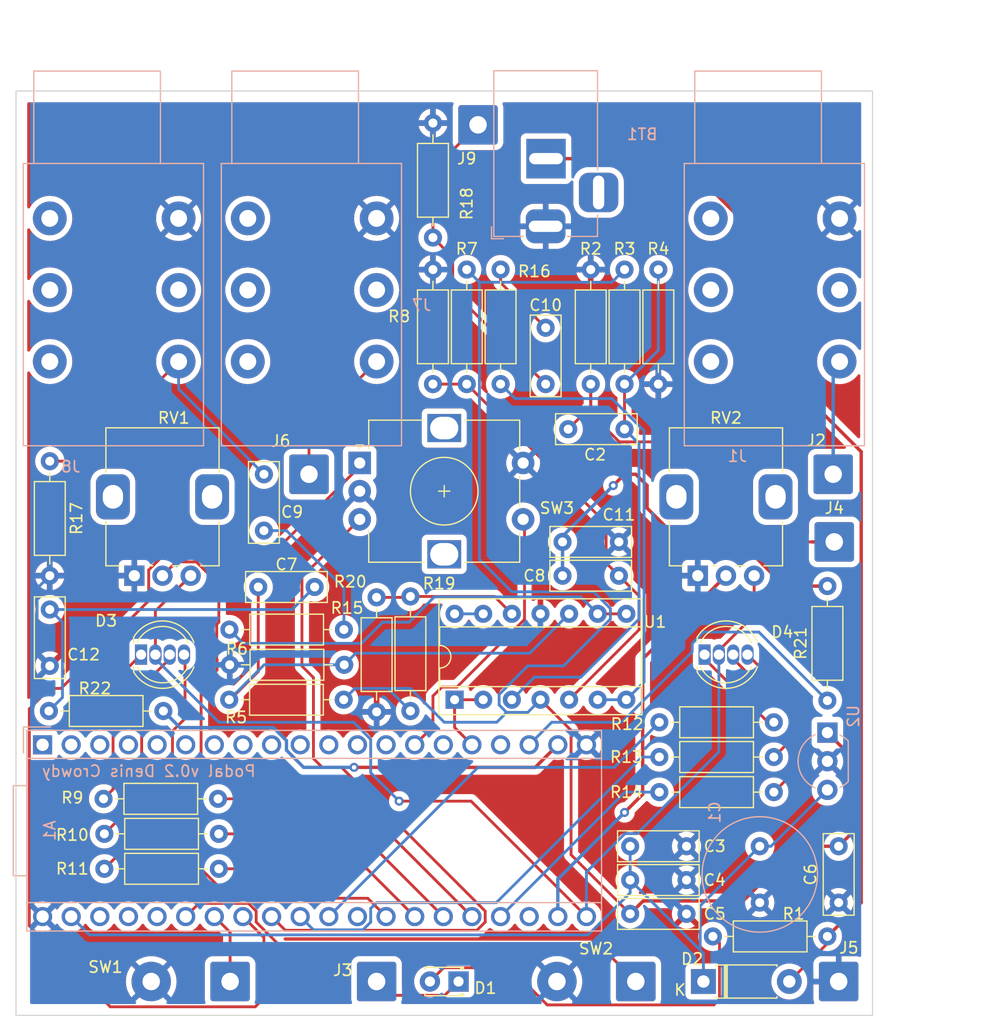
<source format=kicad_pcb>
(kicad_pcb (version 20240108) (generator "pcbnew") (generator_version "8.0")
  (title_block (date "2024-04-25") (rev "0.2"))
  (layers (0 "F.Cu" signal) (31 "B.Cu" signal) (34 "B.Paste" user) (35 "F.Paste" user) (36 "B.SilkS" user "B.Silkscreen") (37 "F.SilkS" user "F.Silkscreen") (38 "B.Mask" user) (39 "F.Mask" user) (44 "Edge.Cuts" user))
  (net 0 "")
  (net 14 "/ENC_CLICK")
  (net 16 "/Left in")
  (net 18 "/Left out")
  (net 19 "/Right out")
  (net 20 "GND")
  (net 21 "/3v3")
  (net 22 "Net-(A1-ADC_0)")
  (net 24 "/LED_2_R")
  (net 25 "/LED_1_B")
  (net 26 "/LED_1_G")
  (net 27 "/LED_1_R")
  (net 28 "Net-(A1-ADC_6)")
  (net 30 "/LED_2_B")
  (net 31 "/LED_2_G")
  (net 32 "Net-(A1-SAI2_SD_B)")
  (net 33 "Net-(A1-SAI2_SD_A)")
  (net 34 "Net-(A1-SAI2_FS)")
  (net 35 "Net-(A1-SAI2_SCK)")
  (net 39 "/VCC")
  (net 40 "Net-(BT1-+)")
  (net 41 "+5V")
  (net 42 "Net-(J4-Pin_1)")
  (net 43 "Net-(J6-Pin_1)")
  (net 44 "Net-(U1A-+)")
  (net 45 "Net-(D1-K)")
  (net 46 "Net-(D1-A)")
  (net 47 "Net-(D3-RK)")
  (net 48 "Net-(D3-GK)")
  (net 49 "Net-(D3-BK)")
  (net 50 "Net-(D4-RK)")
  (net 51 "Net-(D4-GK)")
  (net 52 "Net-(D4-BK)")
  (net 53 "Net-(J2-Pin_1)")
  (net 54 "Net-(U1C-+)")
  (net 55 "Net-(U1B-+)")
  (net 56 "Net-(J9-Pin_1)")
  (net 57 "Net-(C9-Pad1)")
  (net 58 "Net-(C9-Pad2)")
  (net 59 "Net-(C10-Pad1)")
  (net 60 "Net-(U1C--)")
  (net 61 "Net-(U1B--)")
  (net 62 "Net-(U1D-+)")
  (net 63 "Net-(U1D--)")
  (net 64 "Net-(C12-Pad2)")
  (net 65 "Net-(C11-Pad2)")
  (footprint "Diode_THT:D_DO-41_SOD81_P7.62mm_Horizontal" (layer "F.Cu") (at 160 131)
    (property "Reference" "D2")
    (property "Value" "1N5819")
  )
  (footprint "LED_THT:LED_D5.0mm-4_RGB" (layer "F.Cu") (at 110.1 102)
    (property "Reference" "D3")
    (property "Value" "LED_RAGB")
  )
  (footprint "Resistor_THT:R_Axial_DIN0207_L6.3mm_D2.5mm_P10.16mm_Horizontal" (layer "F.Cu") (at 142 78 90)
    (property "Reference" "R16")
    (property "Value" "100R")
  )
  (footprint "Resistor_THT:R_Axial_DIN0207_L6.3mm_D2.5mm_P10.16mm_Horizontal" (layer "F.Cu") (at 156.087773 111.085472)
    (property "Reference" "R13")
    (property "Value" "1k")
  )
  (footprint "Capacitor_THT:C_Rect_L7.0mm_W2.5mm_P5.00mm" (layer "F.Cu") (at 121 91 90)
    (property "Reference" "C9")
    (property "Value" "1u")
  )
  (footprint "Resistor_THT:R_Axial_DIN0207_L6.3mm_D2.5mm_P10.16mm_Horizontal" (layer "F.Cu") (at 156 67.84 -90)
    (property "Reference" "R4")
    (property "Value" "1M")
  )
  (footprint "Capacitor_THT:C_Rect_L7.0mm_W2.5mm_P5.00mm" (layer "F.Cu") (at 125.5 96 180)
    (property "Reference" "C7")
    (property "Value" "1u")
  )
  (footprint "Capacitor_THT:C_Rect_L7.0mm_W2.5mm_P5.00mm" (layer "F.Cu") (at 146 73 -90)
    (property "Reference" "C10")
    (property "Value" "1u")
  )
  (footprint "Resistor_THT:R_Axial_DIN0207_L6.3mm_D2.5mm_P10.16mm_Horizontal" (layer "F.Cu") (at 136 65 90)
    (property "Reference" "R18")
    (property "Value" "100K")
  )
  (footprint "Connector_Wire:SolderWire-0.75sqmm_1x01_D1.25mm_OD3.5mm" (layer "F.Cu") (at 171.514377 85.995907 90)
    (property "Reference" "J2")
    (property "Value" "fsw pin 1")
  )
  (footprint "Resistor_THT:R_Axial_DIN0207_L6.3mm_D2.5mm_P10.16mm_Horizontal" (layer "F.Cu") (at 134 107 90)
    (property "Reference" "R19")
    (property "Value" "1M")
  )
  (footprint "LED_THT:LED_D1.8mm_W3.3mm_H2.4mm" (layer "F.Cu") (at 138.27 131 180)
    (property "Reference" "D1")
    (property "Value" "LED")
  )
  (footprint "Resistor_THT:R_Axial_DIN0207_L6.3mm_D2.5mm_P10.16mm_Horizontal" (layer "F.Cu") (at 116.930684 114.791782 180)
    (property "Reference" "R9")
    (property "Value" "1k")
  )
  (footprint "Capacitor_THT:C_Rect_L7.0mm_W2.5mm_P5.00mm" (layer "F.Cu") (at 158.5 119 180)
    (property "Reference" "C3")
    (property "Value" "100n")
  )
  (footprint "Connector_Wire:SolderWire-0.75sqmm_1x01_D1.25mm_OD3.5mm" (layer "F.Cu") (at 140 55)
    (property "Reference" "J9")
    (property "Value" "fsw pin 3")
  )
  (footprint "Connector_Wire:SolderWire-0.75sqmm_1x01_D1.25mm_OD3.5mm" (layer "F.Cu") (at 172 131)
    (property "Reference" "J5")
    (property "Value" "fsw pin 5")
  )
  (footprint "LED_THT:LED_D5.0mm-4_RGB" (layer "F.Cu") (at 160.1 102)
    (property "Reference" "D4")
    (property "Value" "LED_RAGB")
  )
  (footprint "Resistor_THT:R_Axial_DIN0207_L6.3mm_D2.5mm_P10.16mm_Horizontal" (layer "F.Cu") (at 112.08 107 180)
    (property "Reference" "R22")
    (property "Value" "3.3K")
  )
  (footprint "Resistor_THT:R_Axial_DIN0207_L6.3mm_D2.5mm_P10.16mm_Horizontal" (layer "F.Cu") (at 139 67.84 -90)
    (property "Reference" "R7")
    (property "Value" "1M")
  )
  (footprint "Resistor_THT:R_Axial_DIN0207_L6.3mm_D2.5mm_P10.16mm_Horizontal" (layer "F.Cu") (at 156.087773 114.197775)
    (property "Reference" "R14")
    (property "Value" "1k")
  )
  (footprint "Potentiometer_THT:Potentiometer_Alps_RK09K_Single_Vertical" (layer "F.Cu") (at 159.5 95 90)
    (property "Reference" "RV2")
    (property "Value" "Knob 2")
  )
  (footprint "Resistor_THT:R_Axial_DIN0207_L6.3mm_D2.5mm_P10.16mm_Horizontal" (layer "F.Cu") (at 131 96.92 -90)
    (property "Reference" "R20")
    (property "Value" "1M")
  )
  (footprint "Resistor_THT:R_Axial_DIN0207_L6.3mm_D2.5mm_P10.16mm_Horizontal" (layer "F.Cu") (at 153 67.84 -90)
    (property "Reference" "R3")
    (property "Value" "1M")
  )
  (footprint "Capacitor_THT:C_Rect_L7.0mm_W2.5mm_P5.00mm" (layer "F.Cu") (at 152.5 92 180)
    (property "Reference" "C11")
    (property "Value" "2.2nF")
  )
  (footprint "Resistor_THT:R_Axial_DIN0207_L6.3mm_D2.5mm_P10.16mm_Horizontal" (layer "F.Cu") (at 136 78 90)
    (property "Reference" "R8")
    (property "Value" "1M")
  )
  (footprint "Potentiometer_THT:Potentiometer_Alps_RK09K_Single_Vertical" (layer "F.Cu") (at 109.5 95 90)
    (property "Reference" "RV1")
    (property "Value" "Knob 1")
  )
  (footprint "Connector_Wire:SolderWire-0.75sqmm_1x01_D1.25mm_OD3.5mm" (layer "F.Cu") (at 125 86)
    (property "Reference" "J6")
    (property "Value" "fsw pin 6")
  )
  (footprint "Resistor_THT:R_Axial_DIN0207_L6.3mm_D2.5mm_P10.16mm_Horizontal" (layer "F.Cu") (at 156.087773 108)
    (property "Reference" "R12")
    (property "Value" "1k")
  )
  (footprint "Resistor_THT:R_Axial_DIN0207_L6.3mm_D2.5mm_P10.16mm_Horizontal" (layer "F.Cu") (at 117 117.9 180)
    (property "Reference" "R10")
    (property "Value" "1k")
  )
  (footprint "Connector_Wire:SolderWire-0.75sqmm_1x02_P7mm_D1.25mm_OD3.5mm" (layer "F.Cu") (at 118 131 180)
    (property "Reference" "SW1")
    (property "Value" "Switch 1")
  )
  (footprint "Resistor_THT:R_Axial_DIN0207_L6.3mm_D2.5mm_P10.16mm_Horizontal" (layer "F.Cu") (at 171 127 180)
    (property "Reference" "R1")
    (property "Value" "1k")
  )
  (footprint "Capacitor_THT:C_Rect_L7.0mm_W2.5mm_P5.00mm" (layer "F.Cu") (at 172 124 90)
    (property "Reference" "C6")
    (property "Value" "100n")
  )
  (footprint "Capacitor_THT:C_Rect_L7.0mm_W2.5mm_P5.00mm" (layer "F.Cu") (at 158.5 122 180)
    (property "Reference" "C4")
    (property "Value" "100n")
  )
  (footprint "Connector_Wire:SolderWire-0.75sqmm_1x01_D1.25mm_OD3.5mm" (layer "F.Cu") (at 171.608027 92 90)
    (property "Reference" "J4")
    (property "Value" "fsw pin 4")
  )
  (footprint "Rotary_Encoder:RotaryEncoder_Alps_EC12E-Switch_Vertical_H20mm" (layer "F.Cu") (at 129.5 85)
    (property "Reference" "SW3")
    (property "Value" "RotaryEncoder_Switch")
  )
  (footprint "Capacitor_THT:C_Rect_L7.0mm_W2.5mm_P5.00mm" (layer "F.Cu") (at 102 103 90)
    (property "Reference" "C12")
    (property "Value" "2.2nF")
  )
  (footprint "Capacitor_THT:C_Rect_L7.0mm_W2.5mm_P5.00mm" (layer "F.Cu") (at 147.5 95)
    (property "Reference" "C8")
    (property "Value" "1u")
  )
  (footprint "Resistor_THT:R_Axial_DIN0207_L6.3mm_D2.5mm_P10.16mm_Horizontal" (layer "F.Cu") (at 150 78 90)
    (property "Reference" "R2")
    (property "Value" "1M")
  )
  (footprint "Resistor_THT:R_Axial_DIN0207_L6.3mm_D2.5mm_P10.16mm_Horizontal" (layer "F.Cu") (at 117 121 180)
    (property "Reference" "R11")
    (property "Value" "1k")
  )
  (footprint "Connector_Wire:SolderWire-0.75sqmm_1x01_D1.25mm_OD3.5mm" (layer "F.Cu") (at 131 131)
    (property "Reference" "J3")
    (property "Value" "fsw pin 2")
  )
  (footprint "Resistor_THT:R_Axial_DIN0207_L6.3mm_D2.5mm_P10.16mm_Horizontal" (layer "F.Cu") (at 128.08 106 180)
    (property "Reference" "R5")
    (property "Value" "1M")
  )
  (footprint "Resistor_THT:R_Axial_DIN0207_L6.3mm_D2.5mm_P10.16mm_Horizontal" (layer "F.Cu") (at 102 84.84 -90)
    (property "Reference" "R17")
    (property "Value" "100K")
  )
  (footprint "Resistor_THT:R_Axial_DIN0207_L6.3mm_D2.5mm_P10.16mm_Horizontal" (layer "F.Cu") (at 117.937222 99.778596)
    (property "Reference" "R15")
    (property "Value" "100R")
  )
  (footprint "Resistor_THT:R_Axial_DIN0207_L6.3mm_D2.5mm_P10.16mm_Horizontal" (layer "F.Cu") (at 171 106.08 90)
    (property "Reference" "R21")
    (property "Value" "3.3K")
  )
  (footprint "Capacitor_THT:C_Rect_L7.0mm_W2.5mm_P5.00mm" (layer "F.Cu") (at 158.5 125 180)
    (property "Reference" "C5")
    (property "Value" "100n")
  )
  (footprint "Package_DIP:DIP-14_W7.62mm_Socket" (layer "F.Cu") (at 137.92 106 90)
    (property "Reference" "U1")
    (property "Value" "TL074")
  )
  (footprint "Capacitor_THT:C_Rect_L7.0mm_W2.5mm_P5.00mm" (layer "F.Cu") (at 148 82)
    (property "Reference" "C2")
    (property "Value" "1u")
  )
  (footprint "Connector_Wire:SolderWire-0.75sqmm_1x02_P7mm_D1.25mm_OD3.5mm" (layer "F.Cu") (at 154 131 180)
    (property "Reference" "SW2")
    (property "Value" "Switch 2")
  )
  (footprint "Resistor_THT:R_Axial_DIN0207_L6.3mm_D2.5mm_P10.16mm_Horizontal" (layer "F.Cu") (at 128.123153 102.902929 180)
    (property "Reference" "R6")
    (property "Value" "1M")
  )
  (footprint "Connector_Audio:Jack_6.35mm_Neutrik_NRJ6HM-1_Horizontal" (layer "B.Cu") (at 113.43 76 90)
    (property "Reference" "J8")
    (property "Value" "Right out")
  )
  (footprint "Connector_Audio:Jack_6.35mm_Neutrik_NRJ6HM-1_Horizontal" (layer "B.Cu") (at 131 76 90)
    (property "Reference" "J7")
    (property "Value" "Left out")
  )
  (footprint "Capacitor_THT:C_Radial_D10.0mm_H16.0mm_P5.00mm" (layer "B.Cu") (at 165 119 -90)
    (property "Reference" "C1")
    (property "Value" "100u")
  )
  (footprint "Connector_Audio:Jack_6.35mm_Neutrik_NRJ6HM-1_Horizontal" (layer "B.Cu") (at 172.081013 76 90)
    (property "Reference" "J1")
    (property "Value" "Guitar in")
  )
  (footprint "Module:Electrosmith_Daisy_Seed" (layer "B.Cu") (at 101.36 110 -90)
    (property "Reference" "A1")
    (property "Value" "Electrosmith_Daisy_Seed_Rev4")
  )
  (footprint "Package_TO_SOT_THT:TO-92_Inline_Wide_78L05_dc" (layer "B.Cu") (at 171 108.92 -90)
    (property "Reference" "U2")
    (property "Value" "L78L05_TO92")
  )
  (footprint "Connector_BarrelJack:BarrelJack_Horizontal_centre_negative" (layer "B.Cu") (at 146 64 -90)
    (property "Reference" "BT1")
    (property "Value" "Battery_Cell")
  )
  (gr_rect (start 99 52) (end 175 134) (stroke (width 0.1)) (fill none) (layer "Edge.Cuts"))
  (gr_text "Podal v0.2 Denis Crowdy" (at 120.359779 112.923016 0) (layer "B.SilkS") (effects (font (size 1 1)) (justify left bottom mirror)))
  (segment (start 144.125 90.125) (end 144.125 98.875) (width 0.25) (layer "F.Cu") (net 14))
  (segment (start 144.125 98.875) (end 138.125 104.875) (width 0.25) (layer "F.Cu") (net 14))
  (segment (start 138.125 104.875) (end 136.795 104.875) (width 0.25) (layer "F.Cu") (net 14))
  (segment (start 136 105.67) (end 136 108.38) (width 0.25) (layer "F.Cu") (net 14))
  (segment (start 144 90) (end 144.125 90.125) (width 0.25) (layer "F.Cu") (net 14))
  (segment (start 136.795 104.875) (end 136 105.67) (width 0.25) (layer "F.Cu") (net 14))
  (segment (start 136 108.38) (end 134.38 110) (width 0.25) (layer "F.Cu") (net 14))
  (segment (start 137.92 108.46) (end 139.46 110) (width 0.25) (layer "F.Cu") (net 16))
  (segment (start 137.92 106) (end 140.46 106) (width 0.25) (layer "F.Cu") (net 16))
  (segment (start 137.92 106) (end 137.92 108.46) (width 0.25) (layer "F.Cu") (net 16))
  (segment (start 144.54 110) (end 144.415 109.875) (width 0.25) (layer "F.Cu") (net 18))
  (segment (start 146.54 108) (end 152.750991 108) (width 0.25) (layer "B.Cu") (net 18))
  (segment (start 144.54 110) (end 146.54 108) (width 0.25) (layer "B.Cu") (net 18))
  (segment (start 159 101.750991) (end 159 101.015) (width 0.25) (layer "B.Cu") (net 18))
  (segment (start 160.015 100) (end 164.92 100) (width 0.25) (layer "B.Cu") (net 18))
  (segment (start 159 101.015) (end 160.015 100) (width 0.25) (layer "B.Cu") (net 18))
  (segment (start 152.750991 108) (end 159 101.750991) (width 0.25) (layer "B.Cu") (net 18))
  (segment (start 164.92 100) (end 171 106.08) (width 0.25) (layer "B.Cu") (net 18))
  (segment (start 129 112) (end 145.08 112) (width 0.3) (layer "F.Cu") (net 19))
  (segment (start 145.08 112) (end 147.08 110) (width 0.3) (layer "F.Cu") (net 19))
  (via (at 129 112) (size 0.8) (drill 0.4) (layers "F.Cu" "B.Cu") (net 19))
  (segment (start 124.522943 112) (end 129 112) (width 0.3) (layer "B.Cu") (net 19))
  (segment (start 121.852057 108.475) (end 123 109.622943) (width 0.3) (layer "B.Cu") (net 19))
  (segment (start 123 109.622943) (end 123 110.477057) (width 0.3) (layer "B.Cu") (net 19))
  (segment (start 112.08 107) (end 113.555 108.475) (width 0.3) (layer "B.Cu") (net 19))
  (segment (start 123 110.477057) (end 124.522943 112) (width 0.3) (layer "B.Cu") (net 19))
  (segment (start 113.555 108.475) (end 121.852057 108.475) (width 0.3) (layer "B.Cu") (net 19))
  (segment (start 102 103) (end 100.875 101.875) (width 0.25) (layer "B.Cu") (net 20))
  (segment (start 100.875 101.875) (end 100.875 96.125) (width 0.25) (layer "B.Cu") (net 20))
  (segment (start 100.875 96.125) (end 102 95) (width 0.25) (layer "B.Cu") (net 20))
  (segment (start 161.37 102) (end 161.37 101.635) (width 0.25) (layer "F.Cu") (net 21))
  (segment (start 139.38 115) (end 133 115) (width 0.25) (layer "F.Cu") (net 21))
  (segment (start 149.62 125.24) (end 139.38 115) (width 0.25) (layer "F.Cu") (net 21))
  (segment (start 164.5 98.505) (end 164.5 95) (width 0.25) (layer "F.Cu") (net 21))
  (segment (start 161.37 101.635) (end 164.5 98.505) (width 0.25) (layer "F.Cu") (net 21))
  (segment (start 111.37 102) (end 111.37 98.13) (width 0.25) (layer "F.Cu") (net 21))
  (segment (start 111.37 98.13) (end 114.5 95) (width 0.25) (layer "F.Cu") (net 21))
  (via (at 133 115) (size 0.8) (drill 0.4) (layers "F.Cu" "B.Cu") (net 21))
  (segment (start 111.37 102.365) (end 111.37 102) (width 0.25) (layer "B.Cu") (net 21))
  (segment (start 130.475 109.513299) (end 128.961701 108) (width 0.25) (layer "B.Cu") (net 21))
  (segment (start 130.475 112.475) (end 130.475 109.513299) (width 0.25) (layer "B.Cu") (net 21))
  (segment (start 149.62 121.289009) (end 149.62 125.24) (width 0.25) (layer "B.Cu") (net 21))
  (segment (start 161.37 110.630001) (end 154.125001 117.875) (width 0.25) (layer "B.Cu") (net 21))
  (segment (start 128.961701 108) (end 117.005 108) (width 0.25) (layer "B.Cu") (net 21))
  (segment (start 117.005 108) (end 111.37 102.365) (width 0.25) (layer "B.Cu") (net 21))
  (segment (start 154.125001 117.875) (end 153.034009 117.875) (width 0.25) (layer "B.Cu") (net 21))
  (segment (start 153.034009 117.875) (end 149.62 121.289009) (width 0.25) (layer "B.Cu") (net 21))
  (segment (start 161.37 102) (end 161.37 110.630001) (width 0.25) (layer "B.Cu") (net 21))
  (segment (start 133 115) (end 130.475 112.475) (width 0.25) (layer "B.Cu") (net 21))
  (segment (start 153 116) (end 154.61 114.39) (width 0.3) (layer "F.Cu") (net 22))
  (segment (start 162 95) (end 154.61 102.39) (width 0.3) (layer "F.Cu") (net 22))
  (segment (start 154.61 102.39) (end 154.61 114.39) (width 0.3) (layer "F.Cu") (net 22))
  (via (at 153 116) (size 0.8) (drill 0.4) (layers "F.Cu" "B.Cu") (net 22))
  (segment (start 153 116) (end 147.08 121.92) (width 0.3) (layer "B.Cu") (net 22))
  (segment (start 147.08 121.92) (end 147.08 125.24) (width 0.3) (layer "B.Cu") (net 22))
  (segment (start 153.042225 114.197775) (end 142 125.24) (width 0.25) (layer "B.Cu") (net 24))
  (segment (start 156.087773 114.197775) (end 153.042225 114.197775) (width 0.25) (layer "B.Cu") (net 24))
  (segment (start 116.930684 114.791782) (end 129.011782 114.791782) (width 0.25) (layer "F.Cu") (net 25))
  (segment (start 129.011782 114.791782) (end 139.46 125.24) (width 0.25) (layer "F.Cu") (net 25))
  (segment (start 117 117.9) (end 129.58 117.9) (width 0.25) (layer "F.Cu") (net 26))
  (segment (start 129.58 117.9) (end 136.92 125.24) (width 0.25) (layer "F.Cu") (net 26))
  (segment (start 117 121) (end 130.14 121) (width 0.25) (layer "F.Cu") (net 27))
  (segment (start 130.14 121) (end 134.38 125.24) (width 0.25) (layer "F.Cu") (net 27))
  (segment (start 115.425 104.782073) (end 115.425 121.015991) (width 0.25) (layer "F.Cu") (net 28))
  (segment (start 116.838153 102.436938) (end 116.838153 103.36892) (width 0.25) (layer "F.Cu") (net 28))
  (segment (start 116.812222 99.312605) (end 116.812222 102.411007) (width 0.25) (layer "F.Cu") (net 28))
  (segment (start 115.425 121.015991) (end 118.024009 123.615) (width 0.25) (layer "F.Cu") (net 28))
  (segment (start 130.215 123.615) (end 131.84 125.24) (width 0.25) (layer "F.Cu") (net 28))
  (segment (start 115.007412 93.775) (end 117 95.767588) (width 0.25) (layer "F.Cu") (net 28))
  (segment (start 117 95.767588) (end 117 99.124827) (width 0.25) (layer "F.Cu") (net 28))
  (segment (start 116.838153 103.36892) (end 115.425 104.782073) (width 0.25) (layer "F.Cu") (net 28))
  (segment (start 117 99.124827) (end 116.812222 99.312605) (width 0.25) (layer "F.Cu") (net 28))
  (segment (start 113.225 93.775) (end 115.007412 93.775) (width 0.25) (layer "F.Cu") (net 28))
  (segment (start 116.812222 102.411007) (end 116.838153 102.436938) (width 0.25) (layer "F.Cu") (net 28))
  (segment (start 112 95) (end 113.225 93.775) (width 0.25) (layer "F.Cu") (net 28))
  (segment (start 118.024009 123.615) (end 130.215 123.615) (width 0.25) (layer "F.Cu") (net 28))
  (segment (start 152.087773 112) (end 156.087773 108) (width 0.25) (layer "B.Cu") (net 30))
  (segment (start 140 112) (end 152.087773 112) (width 0.25) (layer "B.Cu") (net 30))
  (segment (start 126.76 125.24) (end 140 112) (width 0.25) (layer "B.Cu") (net 30))
  (segment (start 130.475 125.726701) (end 129.786701 126.415) (width 0.25) (layer "B.Cu") (net 31))
  (segment (start 141.62863 124) (end 131 124) (width 0.25) (layer "B.Cu") (net 31))
  (segment (start 129.786701 126.415) (end 125.395 126.415) (width 0.25) (layer "B.Cu") (net 31))
  (segment (start 154.543158 111.085472) (end 141.62863 124) (width 0.25) (layer "B.Cu") (net 31))
  (segment (start 156.087773 111.085472) (end 154.543158 111.085472) (width 0.25) (layer "B.Cu") (net 31))
  (segment (start 130.475 124.525) (end 130.475 125.726701) (width 0.25) (layer "B.Cu") (net 31))
  (segment (start 131 124) (end 130.475 124.525) (width 0.25) (layer "B.Cu") (net 31))
  (segment (start 125.395 126.415) (end 124.22 125.24) (width 0.25) (layer "B.Cu") (net 31))
  (segment (start 126.175 112) (end 127.881701 112) (width 0.25) (layer "F.Cu") (net 32))
  (segment (start 122.895305 126.455305) (end 121.68 125.24) (width 0.25) (layer "F.Cu") (net 32))
  (segment (start 124.375 95.125) (end 124.375 103.020091) (width 0.25) (layer "F.Cu") (net 32))
  (segment (start 129.5 90) (end 124.375 95.125) (width 0.25) (layer "F.Cu") (net 32))
  (segment (start 124.375 103.020091) (end 125.395 104.040091) (width 0.25) (layer "F.Cu") (net 32))
  (segment (start 127.881701 112) (end 140.635 124.753299) (width 0.25) (layer "F.Cu") (net 32))
  (segment (start 125.395 104.040091) (end 125.395 111.22) (width 0.25) (layer "F.Cu") (net 32))
  (segment (start 140.635 124.753299) (end 140.635 125.726701) (width 0.25) (layer "F.Cu") (net 32))
  (segment (start 140.635 125.726701) (end 139.906396 126.455305) (width 0.25) (layer "F.Cu") (net 32))
  (segment (start 125.395 111.22) (end 126.175 112) (width 0.25) (layer "F.Cu") (net 32))
  (segment (start 139.906396 126.455305) (end 122.895305 126.455305) (width 0.25) (layer "F.Cu") (net 32))
  (segment (start 120.234196 133.241755) (end 121 132.475951) (width 0.25) (layer "F.Cu") (net 33))
  (segment (start 111.942588 93.325) (end 110.775 94.492588) (width 0.25) (layer "F.Cu") (net 33))
  (segment (start 110.775 94.492588) (end 110.775 97.225) (width 0.25) (layer "F.Cu") (net 33))
  (segment (start 129.5 85.3201) (end 121.4951 93.325) (width 0.25) (layer "F.Cu") (net 33))
  (segment (start 100.185 106.815) (end 100.185 126.06) (width 0.25) (layer "F.Cu") (net 33))
  (segment (start 121 127.1) (end 119.14 125.24) (width 0.25) (layer "F.Cu") (net 33))
  (segment (start 110.775 97.225) (end 103 105) (width 0.25) (layer "F.Cu") (net 33))
  (segment (start 121 132.475951) (end 121 127.1) (width 0.25) (layer "F.Cu") (net 33))
  (segment (start 100.185 126.06) (end 107.366755 133.241755) (width 0.25) (layer "F.Cu") (net 33))
  (segment (start 129.5 85) (end 129.5 85.3201) (width 0.25) (layer "F.Cu") (net 33))
  (segment (start 107.366755 133.241755) (end 120.234196 133.241755) (width 0.25) (layer "F.Cu") (net 33))
  (segment (start 121.4951 93.325) (end 111.942588 93.325) (width 0.25) (layer "F.Cu") (net 33))
  (segment (start 103 105) (end 102 105) (width 0.25) (layer "F.Cu") (net 33))
  (segment (start 102 105) (end 100.185 106.815) (width 0.25) (layer "F.Cu") (net 33))
  (segment (start 118 126.64) (end 116.6 125.24) (width 0.25) (layer "F.Cu") (net 34))
  (segment (start 118 131) (end 118 126.64) (width 0.25) (layer "F.Cu") (net 34))
  (segment (start 120.315 124.753299) (end 119.626701 124.065) (width 0.25) (layer "F.Cu") (net 35))
  (segment (start 120.315 125.726701) (end 120.315 124.753299) (width 0.25) (layer "F.Cu") (net 35))
  (segment (start 122.588299 128) (end 120.315 125.726701) (width 0.25) (layer "F.Cu") (net 35))
  (segment (start 154 131) (end 151 128) (width 0.25) (layer "F.Cu") (net 35))
  (segment (start 151 128) (end 122.588299 128) (width 0.25) (layer "F.Cu") (net 35))
  (segment (start 119.626701 124.065) (end 115.235 124.065) (width 0.25) (layer "F.Cu") (net 35))
  (segment (start 115.235 124.065) (end 114.06 125.24) (width 0.25) (layer "F.Cu") (net 35))
  (segment (start 166 119) (end 165 119) (width 0.25) (layer "B.Cu") (net 39))
  (segment (start 160 131) (end 160 128.5) (width 0.25) (layer "B.Cu") (net 39))
  (segment (start 171 114) (end 166 119) (width 0.25) (layer "B.Cu") (net 39))
  (segment (start 153.5 123.13137) (end 149.76637 126.865) (width 0.25) (layer "B.Cu") (net 39))
  (segment (start 159.715 128.215) (end 160 128.5) (width 0.25) (layer "B.Cu") (net 39))
  (segment (start 159.715 124.285) (end 159.715 128.215) (width 0.25) (layer "B.Cu") (net 39))
  (segment (start 105.525 126.865) (end 103.9 125.24) (width 0.25) (layer "B.Cu") (net 39))
  (segment (start 149.76637 126.865) (end 105.525 126.865) (width 0.25) (layer "B.Cu") (net 39))
  (segment (start 153.5 122) (end 153.5 123.13137) (width 0.25) (layer "B.Cu") (net 39))
  (segment (start 153.5 122) (end 153.5 119) (width 0.25) (layer "B.Cu") (net 39))
  (segment (start 165 119) (end 159.715 124.285) (width 0.25) (layer "B.Cu") (net 39))
  (segment (start 160 128.5) (end 153.5 122) (width 0.25) (layer "B.Cu") (net 39))
  (segment (start 159.715 130.715) (end 160 131) (width 0.25) (layer "B.Cu") (net 39))
  (segment (start 167.62 131) (end 171 127.62) (width 0.25) (layer "F.Cu") (net 40))
  (segment (start 157.967309 58) (end 169 69.032691) (width 0.3) (layer "F.Cu") (net 40))
  (segment (start 146.032033 58) (end 157.967309 58) (width 0.3) (layer "F.Cu") (net 40))
  (segment (start 174 124) (end 171 127) (width 0.3) (layer "F.Cu") (net 40))
  (segment (start 171 127.62) (end 171 127) (width 0.25) (layer "F.Cu") (net 40))
  (segment (start 174 84) (end 174 124) (width 0.3) (layer "F.Cu") (net 40))
  (segment (start 169 69.032691) (end 169 79) (width 0.3) (layer "F.Cu") (net 40))
  (segment (start 169 79) (end 174 84) (width 0.3) (layer "F.Cu") (net 40))
  (segment (start 173 118) (end 172 119) (width 0.3) (layer "F.Cu") (net 41))
  (segment (start 173 110.92) (end 173 118) (width 0.3) (layer "F.Cu") (net 41))
  (segment (start 172 119) (end 168.373654 119) (width 0.3) (layer "F.Cu") (net 41))
  (segment (start 148.255 119.755) (end 153.5 125) (width 0.25) (layer "F.Cu") (net 41))
  (segment (start 148.255 108.715) (end 148.255 119.755) (width 0.25) (layer "F.Cu") (net 41))
  (segment (start 168.373654 119) (end 163.523654 123.85) (width 0.3) (layer "F.Cu") (net 41))
  (segment (start 145.54 106) (end 148.255 108.715) (width 0.25) (layer "F.Cu") (net 41))
  (segment (start 154.65 123.85) (end 153.5 125) (width 0.3) (layer "F.Cu") (net 41))
  (segment (start 163.523654 123.85) (end 154.65 123.85) (width 0.3) (layer "F.Cu") (net 41))
  (segment (start 171 108.92) (end 173 110.92) (width 0.3) (layer "F.Cu") (net 41))
  (segment (start 141.875 105.534009) (end 141.875 106.465991) (width 0.25) (layer "B.Cu") (net 41))
  (segment (start 140.125 93.55) (end 143 96.425) (width 0.25) (layer "B.Cu") (net 41))
  (segment (start 129.08 105) (end 132 105) (width 0.25) (layer "B.Cu") (net 41))
  (segment (start 150.255991 96.425) (end 151.745 97.914009) (width 0.25) (layer "B.Cu") (net 41))
  (segment (start 141.875 106.465991) (end 142.534009 107.125) (width 0.25) (layer "B.Cu") (net 41))
  (segment (start 144.409009 103) (end 141.875 105.534009) (width 0.25) (layer "B.Cu") (net 41))
  (segment (start 143 96.425) (end 150.255991 96.425) (width 0.25) (layer "B.Cu") (net 41))
  (segment (start 139 67.84) (end 140.125 68.965) (width 0.25) (layer "B.Cu") (net 41))
  (segment (start 151.875 68.965) (end 153 67.84) (width 0.25) (layer "B.Cu") (net 41))
  (segment (start 128.08 106) (end 129.08 105) (width 0.25) (layer "B.Cu") (net 41))
  (segment (start 151.745 98.845991) (end 147.590991 103) (width 0.25) (layer "B.Cu") (net 41))
  (segment (start 137 108) (end 141.659009 108) (width 0.25) (layer "B.Cu") (net 41))
  (segment (start 132 105) (end 134 105) (width 0.25) (layer "B.Cu") (net 41))
  (segment (start 134 105) (end 137 108) (width 0.25) (layer "B.Cu") (net 41))
  (segment (start 141.659009 108) (end 142.534009 107.125) (width 0.25) (layer "B.Cu") (net 41))
  (segment (start 144.415 107.125) (end 145.54 106) (width 0.25) (layer "B.Cu") (net 41))
  (segment (start 147.590991 103) (end 144.409009 103) (width 0.25) (layer "B.Cu") (net 41))
  (segment (start 151.745 97.914009) (end 151.745 98.845991) (width 0.25) (layer "B.Cu") (net 41))
  (segment (start 140.125 68.965) (end 140.125 93.55) (width 0.25) (layer "B.Cu") (net 41))
  (segment (start 140.125 68.965) (end 151.875 68.965) (width 0.25) (layer "B.Cu") (net 41))
  (segment (start 134 107) (end 132 105) (width 0.25) (layer "B.Cu") (net 41))
  (segment (start 142.534009 107.125) (end 144.415 107.125) (width 0.25) (layer "B.Cu") (net 41))
  (segment (start 152.534009 83.125) (end 157.125 83.125) (width 0.25) (layer "F.Cu") (net 42))
  (segment (start 157.125 83.125) (end 166 92) (width 0.25) (layer "F.Cu") (net 42))
  (segment (start 150 80) (end 148 82) (width 0.25) (layer "F.Cu") (net 42))
  (segment (start 150 80.590991) (end 152.534009 83.125) (width 0.25) (layer "F.Cu") (net 42))
  (segment (start 150 78) (end 150 80) (width 0.25) (layer "F.Cu") (net 42))
  (segment (start 171.608027 92) (end 169.614118 92) (width 0.3) (layer "F.Cu") (net 42))
  (segment (start 166 92) (end 169.614118 92) (width 0.25) (layer "F.Cu") (net 42))
  (segment (start 150 78) (end 150 80.590991) (width 0.25) (layer "F.Cu") (net 42))
  (segment (start 131 76) (end 125 82) (width 0.25) (layer "F.Cu") (net 43))
  (segment (start 125 82) (end 125 86) (width 0.25) (layer "F.Cu") (net 43))
  (segment (start 153 82) (end 153 78) (width 0.25) (layer "F.Cu") (net 44))
  (segment (start 156 67.84) (end 156 68) (width 0.25) (layer "F.Cu") (net 44))
  (segment (start 154.285 98.845991) (end 149.130991 104) (width 0.25) (layer "B.Cu") (net 44))
  (segment (start 156 75) (end 153 78) (width 0.25) (layer "B.Cu") (net 44))
  (segment (start 153 82) (end 154.285 83.285) (width 0.25) (layer "B.Cu") (net 44))
  (segment (start 145 104) (end 143 106) (width 0.25) (layer "B.Cu") (net 44))
  (segment (start 149.130991 104) (end 145 104) (width 0.25) (layer "B.Cu") (net 44))
  (segment (start 154.285 83.285) (end 154.285 98.845991) (width 0.25) (layer "B.Cu") (net 44))
  (segment (start 156 67.84) (end 156 75) (width 0.25) (layer "B.Cu") (net 44))
  (segment (start 132.225 132.225) (end 131 131) (width 0.25) (layer "F.Cu") (net 45))
  (segment (start 137.045 132.225) (end 132.225 132.225) (width 0.25) (layer "F.Cu") (net 45))
  (segment (start 138.27 131) (end 137.045 132.225) (width 0.25) (layer "F.Cu") (net 45))
  (segment (start 161.425 132.575) (end 161.425 127.585) (width 0.25) (layer "F.Cu") (net 46))
  (segment (start 161.425 127.585) (end 160.84 127) (width 0.25) (layer "F.Cu") (net 46))
  (segment (start 136.955 129.775) (end 142.840506 129.775) (width 0.25) (layer "F.Cu") (net 46))
  (segment (start 135.73 131) (end 136.955 129.775) (width 0.25) (layer "F.Cu") (net 46))
  (segment (start 142.840506 129.775) (end 146.140506 133.075) (width 0.25) (layer "F.Cu") (net 46))
  (segment (start 160.925 133.075) (end 161.425 132.575) (width 0.25) (layer "F.Cu") (net 46))
  (segment (start 146.140506 133.075) (end 160.925 133.075) (width 0.25) (layer "F.Cu") (net 46))
  (segment (start 107.615 113.947466) (end 106.770684 114.791782) (width 0.25) (layer "F.Cu") (net 47))
  (segment (start 107.615 104.485) (end 107.615 113.947466) (width 0.25) (layer "F.Cu") (net 47))
  (segment (start 110.1 102) (end 107.615 104.485) (width 0.25) (layer "F.Cu") (net 47))
  (segment (start 110.155 104.85) (end 110.155 114.585) (width 0.25) (layer "F.Cu") (net 48))
  (segment (start 112.64 102.365) (end 110.155 104.85) (width 0.25) (layer "F.Cu") (net 48))
  (segment (start 112.64 102) (end 112.64 102.365) (width 0.25) (layer "F.Cu") (net 48))
  (segment (start 110.155 114.585) (end 106.84 117.9) (width 0.25) (layer "F.Cu") (net 48))
  (segment (start 114 107.670991) (end 112.885 108.785991) (width 0.25) (layer "F.Cu") (net 49))
  (segment (start 114 102.455) (end 114 107.670991) (width 0.25) (layer "F.Cu") (net 49))
  (segment (start 112.885 114.955) (end 106.84 121) (width 0.25) (layer "F.Cu") (net 49))
  (segment (start 113.91 102.365) (end 114 102.455) (width 0.25) (layer "F.Cu") (net 49))
  (segment (start 113.91 102) (end 113.91 102.365) (width 0.25) (layer "F.Cu") (net 49))
  (segment (start 112.885 108.785991) (end 112.885 114.955) (width 0.25) (layer "F.Cu") (net 49))
  (segment (start 160.1 102) (end 160.1 102.365) (width 0.25) (layer "F.Cu") (net 50))
  (segment (start 165.735 108) (end 166.247773 108) (width 0.25) (layer "F.Cu") (net 50))
  (segment (start 160.1 102.365) (end 165.735 108) (width 0.25) (layer "F.Cu") (net 50))
  (segment (start 168 107.725) (end 162.64 102.365) (width 0.25) (layer "F.Cu") (net 51))
  (segment (start 168 109.333245) (end 168 107.725) (width 0.25) (layer "F.Cu") (net 51))
  (segment (start 166.247773 111.085472) (end 168 109.333245) (width 0.25) (layer "F.Cu") (net 51))
  (segment (start 162.64 102.365) (end 162.64 102) (width 0.25) (layer "F.Cu") (net 51))
  (segment (start 169 111.445548) (end 166.247773 114.197775) (width 0.25) (layer "F.Cu") (net 52))
  (segment (start 168 106.09) (end 168.09 106.09) (width 0.25) (layer "F.Cu") (net 52))
  (segment (start 163.91 102) (end 168 106.09) (width 0.25) (layer "F.Cu") (net 52))
  (segment (start 168.09 106.09) (end 169 107) (width 0.25) (layer "F.Cu") (net 52))
  (segment (start 169 107) (end 169 111.445548) (width 0.25) (layer "F.Cu") (net 52))
  (segment (start 172.081013 85.918987) (end 172 86) (width 0.25) (layer "F.Cu") (net 53))
  (segment (start 172 76) (end 171.514377 76.485623) (width 0.3) (layer "B.Cu") (net 53))
  (segment (start 172.081013 76) (end 172 76) (width 0.3) (layer "B.Cu") (net 53))
  (segment (start 171.514377 76.485623) (end 171.514377 85.995907) (width 0.3) (layer "B.Cu") (net 53))
  (segment (start 117.92 106) (end 118 106) (width 0.25) (layer "F.Cu") (net 54))
  (segment (start 120.5 103.5) (end 120.5 96) (width 0.25) (layer "F.Cu") (net 54))
  (segment (start 118 106) (end 120.5 103.5) (width 0.25) (layer "F.Cu") (net 54))
  (segment (start 148.08 98.38) (end 144.585 101.875) (width 0.25) (layer "B.Cu") (net 54))
  (segment (start 121.017071 102.902929) (end 117.92 106) (width 0.25) (layer "B.Cu") (net 54))
  (segment (start 128.123153 102.902929) (end 121.017071 102.902929) (width 0.25) (layer "B.Cu") (net 54))
  (segment (start 144.585 101.875) (end 129.151082 101.875) (width 0.25) (layer "B.Cu") (net 54))
  (segment (start 129.151082 101.875) (end 128.123153 102.902929) (width 0.25) (layer "B.Cu") (net 54))
  (segment (start 154.285 96.785) (end 154.285 99.795) (width 0.25) (layer "F.Cu") (net 55))
  (segment (start 139 78) (end 151.363421 90.363421) (width 0.25) (layer "F.Cu") (net 55))
  (segment (start 152.5 95) (end 154.285 96.785) (width 0.25) (layer "F.Cu") (net 55))
  (segment (start 154.285 99.795) (end 148.08 106) (width 0.25) (layer "F.Cu") (net 55))
  (segment (start 151.363421 90.363421) (end 151.363421 93.863421) (width 0.25) (layer "F.Cu") (net 55))
  (segment (start 136 78) (end 139 78) (width 0.25) (layer "F.Cu") (net 55))
  (segment (start 151.363421 93.863421) (end 152.5 95) (width 0.25) (layer "F.Cu") (net 55))
  (segment (start 137.750991 66.750991) (end 137.750991 69.750991) (width 0.25) (layer "F.Cu") (net 56))
  (segment (start 136 65) (end 136 59) (width 0.25) (layer "F.Cu") (net 56))
  (segment (start 136 59) (end 140 55) (width 0.25) (layer "F.Cu") (net 56))
  (segment (start 136 65) (end 137.750991 66.750991) (width 0.25) (layer "F.Cu") (net 56))
  (segment (start 137.750991 69.750991) (end 146 78) (width 0.25) (layer "F.Cu") (net 56))
  (segment (start 121 91) (end 123 91) (width 0.25) (layer "B.Cu") (net 57))
  (segment (start 128.097222 96.097222) (end 128.097222 99.778596) (width 0.25) (layer "B.Cu") (net 57))
  (segment (start 123 91) (end 128.097222 96.097222) (width 0.25) (layer "B.Cu") (net 57))
  (segment (start 113.43 76) (end 104.59 84.84) (width 0.25) (layer "F.Cu") (net 58))
  (segment (start 104.59 84.84) (end 102 84.84) (width 0.25) (layer "F.Cu") (net 58))
  (segment (start 113.43 76) (end 113 76) (width 0.25) (layer "B.Cu") (net 58))
  (segment (start 113.43 76) (end 113.43 78.43) (width 0.25) (layer "B.Cu") (net 58))
  (segment (start 113.43 78.43) (end 121 86) (width 0.25) (layer "B.Cu") (net 58))
  (segment (start 142 67.84) (end 142 69) (width 0.25) (layer "F.Cu") (net 59))
  (segment (start 142 69) (end 146 73) (width 0.25) (layer "F.Cu") (net 59))
  (segment (start 150.62 98.38) (end 153.16 98.38) (width 0.25) (layer "F.Cu") (net 60))
  (segment (start 136.125 96.875) (end 149.115 96.875) (width 0.25) (layer "B.Cu") (net 60))
  (segment (start 133.875 99.125) (end 136.125 96.875) (width 0.25) (layer "B.Cu") (net 60))
  (segment (start 149.115 96.875) (end 150.62 98.38) (width 0.25) (layer "B.Cu") (net 60))
  (segment (start 129.659009 101) (end 131.534009 99.125) (width 0.25) (layer "B.Cu") (net 60))
  (segment (start 119.158626 101) (end 129.659009 101) (width 0.25) (layer "B.Cu") (net 60))
  (segment (start 117.937222 99.778596) (end 119.158626 101) (width 0.25) (layer "B.Cu") (net 60))
  (segment (start 131.534009 99.125) (end 133.875 99.125) (width 0.25) (layer "B.Cu") (net 60))
  (segment (start 154.735 104.425) (end 153.16 106) (width 0.25) (layer "B.Cu") (net 61))
  (segment (start 151.875 79.284009) (end 154.735 82.144009) (width 0.25) (layer "B.Cu") (net 61))
  (segment (start 142 78) (end 143.284009 79.284009) (width 0.25) (layer "B.Cu") (net 61))
  (segment (start 154.735 82.144009) (end 154.735 104.425) (width 0.25) (layer "B.Cu") (net 61))
  (segment (start 143.284009 79.284009) (end 151.875 79.284009) (width 0.25) (layer "B.Cu") (net 61))
  (segment (start 153.16 106) (end 150.62 106) (width 0.25) (layer "B.Cu") (net 61))
  (segment (start 134 96.84) (end 141.46 96.84) (width 0.25) (layer "F.Cu") (net 62))
  (segment (start 141.46 96.84) (end 143 98.38) (width 0.25) (layer "F.Cu") (net 62))
  (segment (start 133.92 96.92) (end 134 96.84) (width 0.25) (layer "F.Cu") (net 62))
  (segment (start 131 96.92) (end 133.92 96.92) (width 0.25) (layer "F.Cu") (net 62))
  (segment (start 137.92 98.38) (end 140.46 98.38) (width 0.25) (layer "B.Cu") (net 63))
  (segment (start 102 98) (end 123.5 98) (width 0.25) (layer "B.Cu") (net 64))
  (segment (start 103.125 105.795) (end 101.92 107) (width 0.25) (layer "B.Cu") (net 64))
  (segment (start 102 98) (end 103.125 99.125) (width 0.25) (layer "B.Cu") (net 64))
  (segment (start 103.125 99.125) (end 103.125 105.795) (width 0.25) (layer "B.Cu") (net 64))
  (segment (start 123.5 98) (end 125.5 96) (width 0.25) (layer "B.Cu") (net 64))
  (segment (start 154 86) (end 155 87) (width 0.3) (layer "F.Cu") (net 65))
  (segment (start 155 87) (end 155 89) (width 0.3) (layer "F.Cu") (net 65))
  (segment (start 155 89) (end 157 91) (width 0.3) (layer "F.Cu") (net 65))
  (segment (start 153 86) (end 154 86) (width 0.3) (layer "F.Cu") (net 65))
  (segment (start 147.5 91.855628) (end 147.488421 91.844049) (width 0.3) (layer "F.Cu") (net 65))
  (segment (start 147.5 95) (end 147.5 91.855628) (width 0.3) (layer "F.Cu") (net 65))
  (segment (start 167.187767 95.92) (end 171 95.92) (width 0.3) (layer "F.Cu") (net 65))
  (segment (start 162.267767 91) (end 167.187767 95.92) (width 0.3) (layer "F.Cu") (net 65))
  (segment (start 152 87) (end 153 86) (width 0.3) (layer "F.Cu") (net 65))
  (segment (start 157 91) (end 162.267767 91) (width 0.3) (layer "F.Cu") (net 65))
  (via (at 152 87) (size 0.8) (drill 0.4) (layers "F.Cu" "B.Cu") (net 65))
  (segment (start 147.5 95) (end 147.5 91.5) (width 0.3) (layer "B.Cu") (net 65))
  (segment (start 147.5 91.5) (end 152 87) (width 0.3) (layer "B.Cu") (net 65))
  (zone (net 20) (net_name "GND") (layer "F.Cu") (connect_pads (clearance 0.5)) (min_thickness 0.25) (fill yes (thermal_gap 0.5) (thermal_bridge_width 0.5))
    (polygon (pts (xy 102 53) (xy 174 53) (xy 173.751103 133) (xy 100 133) (xy 100 132.499997) (xy 100 54) (xy 100 53)))
  )
  (zone (net 20) (net_name "GND") (layer "B.Cu") (priority 1) (connect_pads (clearance 0.5)) (min_thickness 0.25) (fill yes (thermal_gap 0.5) (thermal_bridge_width 0.5))
    (polygon (pts (xy 104.25 53) (xy 174 53) (xy 174 133) (xy 100.25 133) (xy 100.25 53)))
  )
)
</source>
